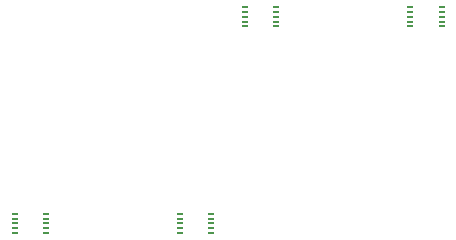
<source format=gbr>
G04 #@! TF.GenerationSoftware,KiCad,Pcbnew,5.0.2-bee76a0~70~ubuntu18.04.1*
G04 #@! TF.CreationDate,2019-06-04T21:22:10+02:00*
G04 #@! TF.ProjectId,upper_Sensor,75707065-725f-4536-956e-736f722e6b69,rev?*
G04 #@! TF.SameCoordinates,Original*
G04 #@! TF.FileFunction,Paste,Top*
G04 #@! TF.FilePolarity,Positive*
%FSLAX46Y46*%
G04 Gerber Fmt 4.6, Leading zero omitted, Abs format (unit mm)*
G04 Created by KiCad (PCBNEW 5.0.2-bee76a0~70~ubuntu18.04.1) date Di 04 Jun 2019 21:22:10 CEST*
%MOMM*%
%LPD*%
G01*
G04 APERTURE LIST*
%ADD10R,0.630000X0.230000*%
%ADD11C,0.150000*%
G04 APERTURE END LIST*
D10*
G04 #@! TO.C,J12*
X121175000Y-63300000D03*
X123825000Y-63300000D03*
X121175000Y-62900000D03*
X123825000Y-62900000D03*
X121175000Y-62500000D03*
X123825000Y-62500000D03*
X121175000Y-62100000D03*
X123825000Y-62100000D03*
X121175000Y-61700000D03*
X123825000Y-61700000D03*
G04 #@! TD*
G04 #@! TO.C,J11*
X135175000Y-63300000D03*
X137825000Y-63300000D03*
X135175000Y-62900000D03*
X137825000Y-62900000D03*
X135175000Y-62500000D03*
X137825000Y-62500000D03*
X135175000Y-62100000D03*
X137825000Y-62100000D03*
X135175000Y-61700000D03*
X137825000Y-61700000D03*
G04 #@! TD*
D11*
G04 #@! TO.C,REF\002A\002A*
X129610000Y-61747000D03*
X129830000Y-61747000D03*
X129170000Y-61747000D03*
X128747000Y-62830000D03*
X128747000Y-61950000D03*
X128747000Y-62390000D03*
X129610000Y-63253000D03*
X129170000Y-63253000D03*
X130050000Y-63253000D03*
X130253000Y-62390000D03*
X130253000Y-62830000D03*
X130253000Y-61950000D03*
G04 #@! TD*
D10*
G04 #@! TO.C,J12*
X104325000Y-79200000D03*
X101675000Y-79200000D03*
X104325000Y-79600000D03*
X101675000Y-79600000D03*
X104325000Y-80000000D03*
X101675000Y-80000000D03*
X104325000Y-80400000D03*
X101675000Y-80400000D03*
X104325000Y-80800000D03*
X101675000Y-80800000D03*
G04 #@! TD*
G04 #@! TO.C,J11*
X118325000Y-79200000D03*
X115675000Y-79200000D03*
X118325000Y-79600000D03*
X115675000Y-79600000D03*
X118325000Y-80000000D03*
X115675000Y-80000000D03*
X118325000Y-80400000D03*
X115675000Y-80400000D03*
X118325000Y-80800000D03*
X115675000Y-80800000D03*
G04 #@! TD*
D11*
G04 #@! TO.C,REF\002A\002A*
X110753000Y-79450000D03*
X110753000Y-80330000D03*
X110753000Y-79890000D03*
X110550000Y-80753000D03*
X109670000Y-80753000D03*
X110110000Y-80753000D03*
X109247000Y-79890000D03*
X109247000Y-79450000D03*
X109247000Y-80330000D03*
X109670000Y-79247000D03*
X110330000Y-79247000D03*
X110110000Y-79247000D03*
G04 #@! TD*
M02*

</source>
